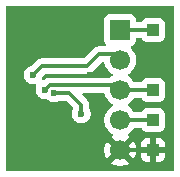
<source format=gbr>
%TF.GenerationSoftware,KiCad,Pcbnew,9.0.3*%
%TF.CreationDate,2026-01-09T14:10:27-05:00*%
%TF.ProjectId,BME280_Module,424d4532-3830-45f4-9d6f-64756c652e6b,rev?*%
%TF.SameCoordinates,Original*%
%TF.FileFunction,Copper,L2,Bot*%
%TF.FilePolarity,Positive*%
%FSLAX46Y46*%
G04 Gerber Fmt 4.6, Leading zero omitted, Abs format (unit mm)*
G04 Created by KiCad (PCBNEW 9.0.3) date 2026-01-09 14:10:27*
%MOMM*%
%LPD*%
G01*
G04 APERTURE LIST*
%TA.AperFunction,ComponentPad*%
%ADD10R,1.700000X1.700000*%
%TD*%
%TA.AperFunction,ComponentPad*%
%ADD11C,1.700000*%
%TD*%
%TA.AperFunction,SMDPad,CuDef*%
%ADD12R,1.000000X1.000000*%
%TD*%
%TA.AperFunction,ViaPad*%
%ADD13C,0.600000*%
%TD*%
%TA.AperFunction,Conductor*%
%ADD14C,0.300000*%
%TD*%
G04 APERTURE END LIST*
D10*
%TO.P,J2,1,Pin_1*%
%TO.N,3V3*%
X136144000Y-86868000D03*
D11*
%TO.P,J2,2,Pin_2*%
%TO.N,/SDO*%
X136144000Y-89408000D03*
%TO.P,J2,3,Pin_3*%
%TO.N,/SCL*%
X136144000Y-91948000D03*
%TO.P,J2,4,Pin_4*%
%TO.N,/SDA*%
X136144000Y-94488000D03*
%TO.P,J2,5,Pin_5*%
%TO.N,GND*%
X136144000Y-97028000D03*
%TD*%
D12*
%TO.P,TP1,1,1*%
%TO.N,GND*%
X138938000Y-97028000D03*
%TD*%
%TO.P,TP2,1,1*%
%TO.N,/SDA*%
X138938000Y-94488000D03*
%TD*%
%TO.P,TP4,1,1*%
%TO.N,3V3*%
X138938000Y-86868000D03*
%TD*%
%TO.P,TP3,1,1*%
%TO.N,/SCL*%
X138938000Y-91948000D03*
%TD*%
D13*
%TO.N,GND*%
X133350000Y-85852000D03*
X131835000Y-93980000D03*
X128778000Y-92710000D03*
X133350000Y-96774000D03*
X127000000Y-88138000D03*
X133604000Y-90678000D03*
X127762000Y-94234000D03*
%TO.N,/SDO*%
X128778000Y-90678000D03*
%TO.N,/SCL*%
X129794000Y-91948000D03*
%TO.N,/SDA*%
X132842000Y-93980000D03*
X130556000Y-92202000D03*
%TD*%
D14*
%TO.N,GND*%
X136144000Y-97028000D02*
X138938000Y-97028000D01*
%TO.N,/SDA*%
X136144000Y-94488000D02*
X138938000Y-94488000D01*
%TO.N,/SCL*%
X136144000Y-91948000D02*
X138938000Y-91948000D01*
%TO.N,3V3*%
X136144000Y-86868000D02*
X138938000Y-86868000D01*
%TO.N,/SCL*%
X130191000Y-91551000D02*
X135747000Y-91551000D01*
X135747000Y-91551000D02*
X136144000Y-91948000D01*
X129794000Y-91948000D02*
X130191000Y-91551000D01*
%TO.N,/SDO*%
X133350000Y-89916000D02*
X134366000Y-88900000D01*
X129540000Y-89916000D02*
X133350000Y-89916000D01*
X134366000Y-88900000D02*
X135636000Y-88900000D01*
X128778000Y-90678000D02*
X129540000Y-89916000D01*
X135636000Y-88900000D02*
X136144000Y-89408000D01*
%TO.N,GND*%
X128778000Y-96774000D02*
X133350000Y-96774000D01*
X131826000Y-96266000D02*
X132334000Y-96774000D01*
X131826000Y-93989000D02*
X131826000Y-96266000D01*
X128270000Y-96266000D02*
X128778000Y-96774000D01*
X127762000Y-95758000D02*
X128270000Y-96266000D01*
X127762000Y-94234000D02*
X127762000Y-95758000D01*
X132334000Y-96774000D02*
X133350000Y-96774000D01*
X131835000Y-93980000D02*
X131826000Y-93989000D01*
%TO.N,/SDA*%
X131826000Y-92202000D02*
X132334000Y-92710000D01*
X138906000Y-94202000D02*
X138938000Y-94234000D01*
X132842000Y-93218000D02*
X132842000Y-93980000D01*
X132334000Y-92710000D02*
X132842000Y-93218000D01*
X130556000Y-92202000D02*
X131826000Y-92202000D01*
%TD*%
%TA.AperFunction,Conductor*%
%TO.N,GND*%
G36*
X134760369Y-89570185D02*
G01*
X134806124Y-89622989D01*
X134815803Y-89655102D01*
X134826753Y-89724243D01*
X134892444Y-89926416D01*
X134988951Y-90115820D01*
X135113890Y-90287786D01*
X135264213Y-90438109D01*
X135436182Y-90563050D01*
X135444946Y-90567516D01*
X135447771Y-90570184D01*
X135451541Y-90571132D01*
X135472966Y-90593980D01*
X135495742Y-90615491D01*
X135496676Y-90619265D01*
X135499334Y-90622099D01*
X135505005Y-90652899D01*
X135512536Y-90683312D01*
X135511282Y-90686990D01*
X135511986Y-90690813D01*
X135500102Y-90719795D01*
X135489998Y-90749447D01*
X135486527Y-90752904D01*
X135485480Y-90755460D01*
X135477161Y-90762237D01*
X135459734Y-90779602D01*
X135452644Y-90784561D01*
X135436184Y-90792949D01*
X135319873Y-90877452D01*
X135318946Y-90878102D01*
X135286859Y-90888909D01*
X135254941Y-90900298D01*
X135252871Y-90900357D01*
X135252732Y-90900404D01*
X135252578Y-90900365D01*
X135247862Y-90900500D01*
X130126929Y-90900500D01*
X130001261Y-90925497D01*
X130001255Y-90925499D01*
X129882874Y-90974534D01*
X129776329Y-91045724D01*
X129776327Y-91045726D01*
X129731985Y-91090067D01*
X129728318Y-91092068D01*
X129726082Y-91095597D01*
X129697921Y-91108666D01*
X129670662Y-91123551D01*
X129666493Y-91123252D01*
X129662705Y-91125011D01*
X129631948Y-91120781D01*
X129600970Y-91118565D01*
X129597625Y-91116061D01*
X129593487Y-91115492D01*
X129569896Y-91095302D01*
X129545037Y-91076692D01*
X129543577Y-91072777D01*
X129540404Y-91070062D01*
X129531473Y-91040324D01*
X129520622Y-91011228D01*
X129521167Y-91006005D01*
X129520308Y-91003144D01*
X129522790Y-90990461D01*
X129525117Y-90968180D01*
X129527053Y-90961431D01*
X129547737Y-90911497D01*
X129562085Y-90839358D01*
X129563507Y-90834406D01*
X129579562Y-90809082D01*
X129593463Y-90782509D01*
X129594902Y-90781043D01*
X129773128Y-90602816D01*
X129834451Y-90569334D01*
X129860808Y-90566500D01*
X133414071Y-90566500D01*
X133498615Y-90549682D01*
X133539744Y-90541501D01*
X133658127Y-90492465D01*
X133664418Y-90488261D01*
X133664427Y-90488258D01*
X133664426Y-90488257D01*
X133739485Y-90438104D01*
X133764669Y-90421277D01*
X134599127Y-89586819D01*
X134626054Y-89572115D01*
X134651873Y-89555523D01*
X134658073Y-89554631D01*
X134660450Y-89553334D01*
X134686808Y-89550500D01*
X134693330Y-89550500D01*
X134760369Y-89570185D01*
G37*
%TD.AperFunction*%
%TA.AperFunction,Conductor*%
G36*
X140666539Y-84848185D02*
G01*
X140712294Y-84900989D01*
X140723500Y-84952500D01*
X140723500Y-98689500D01*
X140703815Y-98756539D01*
X140651011Y-98802294D01*
X140599500Y-98813500D01*
X126608500Y-98813500D01*
X126541461Y-98793815D01*
X126495706Y-98741011D01*
X126484500Y-98689500D01*
X126484500Y-90599153D01*
X127977500Y-90599153D01*
X127977500Y-90756846D01*
X128008261Y-90911489D01*
X128008264Y-90911501D01*
X128068602Y-91057172D01*
X128068609Y-91057185D01*
X128156210Y-91188288D01*
X128156213Y-91188292D01*
X128267707Y-91299786D01*
X128267711Y-91299789D01*
X128398814Y-91387390D01*
X128398827Y-91387397D01*
X128520298Y-91437711D01*
X128544503Y-91447737D01*
X128699153Y-91478499D01*
X128699156Y-91478500D01*
X128699158Y-91478500D01*
X128856844Y-91478500D01*
X128918297Y-91466276D01*
X128987889Y-91472503D01*
X129043066Y-91515366D01*
X129066311Y-91581255D01*
X129057051Y-91635344D01*
X129024263Y-91714503D01*
X129024261Y-91714510D01*
X128993500Y-91869153D01*
X128993500Y-92026846D01*
X129024261Y-92181489D01*
X129024264Y-92181501D01*
X129084602Y-92327172D01*
X129084609Y-92327185D01*
X129172210Y-92458288D01*
X129172213Y-92458292D01*
X129283707Y-92569786D01*
X129283711Y-92569789D01*
X129414814Y-92657390D01*
X129414827Y-92657397D01*
X129494348Y-92690335D01*
X129560503Y-92717737D01*
X129698774Y-92745241D01*
X129715153Y-92748499D01*
X129715156Y-92748500D01*
X129715158Y-92748500D01*
X129872841Y-92748500D01*
X129872842Y-92748500D01*
X129889224Y-92745241D01*
X129958814Y-92751467D01*
X130001098Y-92779177D01*
X130045707Y-92823786D01*
X130045711Y-92823789D01*
X130176814Y-92911390D01*
X130176827Y-92911397D01*
X130266403Y-92948500D01*
X130322503Y-92971737D01*
X130477153Y-93002499D01*
X130477156Y-93002500D01*
X130477158Y-93002500D01*
X130634844Y-93002500D01*
X130634845Y-93002499D01*
X130789497Y-92971737D01*
X130935179Y-92911394D01*
X130992044Y-92873397D01*
X131058721Y-92852520D01*
X131060935Y-92852500D01*
X131505192Y-92852500D01*
X131572231Y-92872185D01*
X131592873Y-92888819D01*
X132129648Y-93425594D01*
X132163133Y-93486917D01*
X132158149Y-93556609D01*
X132145073Y-93582160D01*
X132132611Y-93600812D01*
X132132602Y-93600828D01*
X132072264Y-93746498D01*
X132072261Y-93746510D01*
X132041500Y-93901153D01*
X132041500Y-94058846D01*
X132072261Y-94213489D01*
X132072264Y-94213501D01*
X132132602Y-94359172D01*
X132132609Y-94359185D01*
X132220210Y-94490288D01*
X132220213Y-94490292D01*
X132331707Y-94601786D01*
X132331711Y-94601789D01*
X132462814Y-94689390D01*
X132462827Y-94689397D01*
X132608498Y-94749735D01*
X132608503Y-94749737D01*
X132763153Y-94780499D01*
X132763156Y-94780500D01*
X132763158Y-94780500D01*
X132920844Y-94780500D01*
X132920845Y-94780499D01*
X133075497Y-94749737D01*
X133221179Y-94689394D01*
X133352289Y-94601789D01*
X133463789Y-94490289D01*
X133551394Y-94359179D01*
X133611737Y-94213497D01*
X133642500Y-94058842D01*
X133642500Y-93901158D01*
X133642500Y-93901155D01*
X133642499Y-93901153D01*
X133638394Y-93880516D01*
X133611737Y-93746503D01*
X133611392Y-93745669D01*
X133551397Y-93600828D01*
X133551396Y-93600827D01*
X133551394Y-93600821D01*
X133513396Y-93543953D01*
X133492520Y-93477276D01*
X133492500Y-93475064D01*
X133492500Y-93153928D01*
X133467502Y-93028261D01*
X133467501Y-93028260D01*
X133467501Y-93028256D01*
X133418465Y-92909873D01*
X133368191Y-92834632D01*
X133368191Y-92834631D01*
X133347274Y-92803327D01*
X133347271Y-92803324D01*
X132957127Y-92413181D01*
X132923642Y-92351858D01*
X132928626Y-92282167D01*
X132970497Y-92226233D01*
X133035962Y-92201816D01*
X133044808Y-92201500D01*
X134716277Y-92201500D01*
X134783316Y-92221185D01*
X134829071Y-92273989D01*
X134834204Y-92287172D01*
X134889804Y-92458289D01*
X134892444Y-92466414D01*
X134988951Y-92655820D01*
X135113890Y-92827786D01*
X135264213Y-92978109D01*
X135436182Y-93103050D01*
X135444946Y-93107516D01*
X135495742Y-93155491D01*
X135512536Y-93223312D01*
X135489998Y-93289447D01*
X135444946Y-93328484D01*
X135436182Y-93332949D01*
X135264213Y-93457890D01*
X135113890Y-93608213D01*
X134988951Y-93780179D01*
X134892444Y-93969585D01*
X134826753Y-94171760D01*
X134793500Y-94381713D01*
X134793500Y-94594286D01*
X134826753Y-94804239D01*
X134892444Y-95006414D01*
X134988951Y-95195820D01*
X135113890Y-95367786D01*
X135264213Y-95518109D01*
X135436179Y-95643048D01*
X135436181Y-95643049D01*
X135436184Y-95643051D01*
X135445493Y-95647794D01*
X135496290Y-95695766D01*
X135513087Y-95763587D01*
X135490552Y-95829722D01*
X135445505Y-95868760D01*
X135436446Y-95873376D01*
X135436440Y-95873380D01*
X135382282Y-95912727D01*
X135382282Y-95912728D01*
X136014591Y-96545037D01*
X135951007Y-96562075D01*
X135836993Y-96627901D01*
X135743901Y-96720993D01*
X135678075Y-96835007D01*
X135661037Y-96898591D01*
X135028728Y-96266282D01*
X135028727Y-96266282D01*
X134989380Y-96320439D01*
X134892904Y-96509782D01*
X134827242Y-96711869D01*
X134827242Y-96711872D01*
X134794000Y-96921753D01*
X134794000Y-97134246D01*
X134827242Y-97344127D01*
X134827242Y-97344130D01*
X134892904Y-97546217D01*
X134989375Y-97735550D01*
X135028728Y-97789716D01*
X135661037Y-97157408D01*
X135678075Y-97220993D01*
X135743901Y-97335007D01*
X135836993Y-97428099D01*
X135951007Y-97493925D01*
X136014590Y-97510962D01*
X135382282Y-98143269D01*
X135382282Y-98143270D01*
X135436449Y-98182624D01*
X135625782Y-98279095D01*
X135827870Y-98344757D01*
X136037754Y-98378000D01*
X136250246Y-98378000D01*
X136460127Y-98344757D01*
X136460130Y-98344757D01*
X136662217Y-98279095D01*
X136851554Y-98182622D01*
X136905716Y-98143270D01*
X136905717Y-98143270D01*
X136273408Y-97510962D01*
X136336993Y-97493925D01*
X136451007Y-97428099D01*
X136544099Y-97335007D01*
X136609925Y-97220993D01*
X136626962Y-97157408D01*
X137259270Y-97789717D01*
X137259270Y-97789716D01*
X137298622Y-97735554D01*
X137379999Y-97575844D01*
X137938000Y-97575844D01*
X137944401Y-97635372D01*
X137944403Y-97635379D01*
X137994645Y-97770086D01*
X137994649Y-97770093D01*
X138080809Y-97885187D01*
X138080812Y-97885190D01*
X138195906Y-97971350D01*
X138195913Y-97971354D01*
X138330620Y-98021596D01*
X138330627Y-98021598D01*
X138390155Y-98027999D01*
X138390172Y-98028000D01*
X138688000Y-98028000D01*
X139188000Y-98028000D01*
X139485828Y-98028000D01*
X139485844Y-98027999D01*
X139545372Y-98021598D01*
X139545379Y-98021596D01*
X139680086Y-97971354D01*
X139680093Y-97971350D01*
X139795187Y-97885190D01*
X139795190Y-97885187D01*
X139881350Y-97770093D01*
X139881354Y-97770086D01*
X139931596Y-97635379D01*
X139931598Y-97635372D01*
X139937999Y-97575844D01*
X139938000Y-97575827D01*
X139938000Y-97278000D01*
X139188000Y-97278000D01*
X139188000Y-98028000D01*
X138688000Y-98028000D01*
X138688000Y-97278000D01*
X137938000Y-97278000D01*
X137938000Y-97575844D01*
X137379999Y-97575844D01*
X137395095Y-97546217D01*
X137460757Y-97344130D01*
X137460757Y-97344127D01*
X137482439Y-97207240D01*
X137494000Y-97134246D01*
X137494000Y-96921753D01*
X137460757Y-96711872D01*
X137460757Y-96711869D01*
X137396846Y-96515169D01*
X137395095Y-96509782D01*
X137379999Y-96480155D01*
X137938000Y-96480155D01*
X137938000Y-96778000D01*
X138688000Y-96778000D01*
X139188000Y-96778000D01*
X139938000Y-96778000D01*
X139938000Y-96480172D01*
X139937999Y-96480155D01*
X139931598Y-96420627D01*
X139931596Y-96420620D01*
X139881354Y-96285913D01*
X139881350Y-96285906D01*
X139795190Y-96170812D01*
X139795187Y-96170809D01*
X139680093Y-96084649D01*
X139680086Y-96084645D01*
X139545379Y-96034403D01*
X139545372Y-96034401D01*
X139485844Y-96028000D01*
X139188000Y-96028000D01*
X139188000Y-96778000D01*
X138688000Y-96778000D01*
X138688000Y-96028000D01*
X138390155Y-96028000D01*
X138330627Y-96034401D01*
X138330620Y-96034403D01*
X138195913Y-96084645D01*
X138195906Y-96084649D01*
X138080812Y-96170809D01*
X138080809Y-96170812D01*
X137994649Y-96285906D01*
X137994645Y-96285913D01*
X137944403Y-96420620D01*
X137944401Y-96420627D01*
X137938000Y-96480155D01*
X137379999Y-96480155D01*
X137298624Y-96320449D01*
X137259270Y-96266282D01*
X137259269Y-96266282D01*
X136626962Y-96898590D01*
X136609925Y-96835007D01*
X136544099Y-96720993D01*
X136451007Y-96627901D01*
X136336993Y-96562075D01*
X136273409Y-96545037D01*
X136905716Y-95912728D01*
X136851547Y-95873373D01*
X136851547Y-95873372D01*
X136842500Y-95868763D01*
X136791706Y-95820788D01*
X136774912Y-95752966D01*
X136797451Y-95686832D01*
X136842508Y-95647793D01*
X136851816Y-95643051D01*
X136931007Y-95585515D01*
X137023786Y-95518109D01*
X137023788Y-95518106D01*
X137023792Y-95518104D01*
X137174104Y-95367792D01*
X137174106Y-95367788D01*
X137174109Y-95367786D01*
X137301915Y-95191875D01*
X137303259Y-95192851D01*
X137349705Y-95150834D01*
X137403618Y-95138500D01*
X137873859Y-95138500D01*
X137940898Y-95158185D01*
X137986653Y-95210989D01*
X137990030Y-95219140D01*
X137994204Y-95230331D01*
X137994205Y-95230332D01*
X137994206Y-95230335D01*
X138080452Y-95345544D01*
X138080455Y-95345547D01*
X138195664Y-95431793D01*
X138195671Y-95431797D01*
X138330517Y-95482091D01*
X138330516Y-95482091D01*
X138337444Y-95482835D01*
X138390127Y-95488500D01*
X139485872Y-95488499D01*
X139545483Y-95482091D01*
X139680331Y-95431796D01*
X139795546Y-95345546D01*
X139881796Y-95230331D01*
X139932091Y-95095483D01*
X139938500Y-95035873D01*
X139938499Y-93940128D01*
X139932091Y-93880517D01*
X139894669Y-93780184D01*
X139881797Y-93745671D01*
X139881793Y-93745664D01*
X139795547Y-93630455D01*
X139795544Y-93630452D01*
X139680335Y-93544206D01*
X139680328Y-93544202D01*
X139545482Y-93493908D01*
X139545483Y-93493908D01*
X139485883Y-93487501D01*
X139485881Y-93487500D01*
X139485873Y-93487500D01*
X139485864Y-93487500D01*
X138390129Y-93487500D01*
X138390123Y-93487501D01*
X138330516Y-93493908D01*
X138195671Y-93544202D01*
X138195664Y-93544206D01*
X138080455Y-93630452D01*
X138080452Y-93630455D01*
X137994206Y-93745664D01*
X137994204Y-93745668D01*
X137994204Y-93745669D01*
X137990039Y-93756834D01*
X137948171Y-93812766D01*
X137882707Y-93837184D01*
X137873859Y-93837500D01*
X137403618Y-93837500D01*
X137336579Y-93817815D01*
X137302900Y-93783408D01*
X137301915Y-93784125D01*
X137174109Y-93608213D01*
X137023786Y-93457890D01*
X136851820Y-93332951D01*
X136851115Y-93332591D01*
X136843054Y-93328485D01*
X136792259Y-93280512D01*
X136775463Y-93212692D01*
X136797999Y-93146556D01*
X136843054Y-93107515D01*
X136851816Y-93103051D01*
X136873789Y-93087086D01*
X137023786Y-92978109D01*
X137023788Y-92978106D01*
X137023792Y-92978104D01*
X137174104Y-92827792D01*
X137174106Y-92827788D01*
X137174109Y-92827786D01*
X137301915Y-92651875D01*
X137303259Y-92652851D01*
X137349705Y-92610834D01*
X137403618Y-92598500D01*
X137873859Y-92598500D01*
X137940898Y-92618185D01*
X137986653Y-92670989D01*
X137990030Y-92679140D01*
X137994204Y-92690331D01*
X137994205Y-92690332D01*
X137994206Y-92690335D01*
X138080452Y-92805544D01*
X138080455Y-92805547D01*
X138195664Y-92891793D01*
X138195671Y-92891797D01*
X138330517Y-92942091D01*
X138330516Y-92942091D01*
X138337444Y-92942835D01*
X138390127Y-92948500D01*
X139485872Y-92948499D01*
X139545483Y-92942091D01*
X139680331Y-92891796D01*
X139795546Y-92805546D01*
X139881796Y-92690331D01*
X139932091Y-92555483D01*
X139938500Y-92495873D01*
X139938499Y-91400128D01*
X139932091Y-91340517D01*
X139926755Y-91326211D01*
X139881797Y-91205671D01*
X139881793Y-91205664D01*
X139795547Y-91090455D01*
X139795544Y-91090452D01*
X139680335Y-91004206D01*
X139680328Y-91004202D01*
X139545482Y-90953908D01*
X139545483Y-90953908D01*
X139485883Y-90947501D01*
X139485881Y-90947500D01*
X139485873Y-90947500D01*
X139485864Y-90947500D01*
X138390129Y-90947500D01*
X138390123Y-90947501D01*
X138330516Y-90953908D01*
X138195671Y-91004202D01*
X138195664Y-91004206D01*
X138080455Y-91090452D01*
X138080452Y-91090455D01*
X137994206Y-91205664D01*
X137994204Y-91205668D01*
X137994204Y-91205669D01*
X137990039Y-91216834D01*
X137948171Y-91272766D01*
X137882707Y-91297184D01*
X137873859Y-91297500D01*
X137403618Y-91297500D01*
X137336579Y-91277815D01*
X137302900Y-91243408D01*
X137301915Y-91244125D01*
X137174109Y-91068213D01*
X137023786Y-90917890D01*
X136851820Y-90792951D01*
X136851115Y-90792591D01*
X136843054Y-90788485D01*
X136792259Y-90740512D01*
X136775463Y-90672692D01*
X136797999Y-90606556D01*
X136843054Y-90567515D01*
X136851816Y-90563051D01*
X136954754Y-90488263D01*
X137023786Y-90438109D01*
X137023788Y-90438106D01*
X137023792Y-90438104D01*
X137174104Y-90287792D01*
X137174106Y-90287788D01*
X137174109Y-90287786D01*
X137299048Y-90115820D01*
X137299047Y-90115820D01*
X137299051Y-90115816D01*
X137395557Y-89926412D01*
X137461246Y-89724243D01*
X137494500Y-89514287D01*
X137494500Y-89301713D01*
X137461246Y-89091757D01*
X137395557Y-88889588D01*
X137299051Y-88700184D01*
X137299049Y-88700181D01*
X137299048Y-88700179D01*
X137174109Y-88528213D01*
X137060569Y-88414673D01*
X137027084Y-88353350D01*
X137032068Y-88283658D01*
X137073940Y-88227725D01*
X137104915Y-88210810D01*
X137236331Y-88161796D01*
X137351546Y-88075546D01*
X137437796Y-87960331D01*
X137488091Y-87825483D01*
X137494500Y-87765873D01*
X137494500Y-87642500D01*
X137514185Y-87575461D01*
X137566989Y-87529706D01*
X137618500Y-87518500D01*
X137873859Y-87518500D01*
X137940898Y-87538185D01*
X137986653Y-87590989D01*
X137990030Y-87599140D01*
X137994204Y-87610331D01*
X137994205Y-87610332D01*
X137994206Y-87610335D01*
X138080452Y-87725544D01*
X138080455Y-87725547D01*
X138195664Y-87811793D01*
X138195671Y-87811797D01*
X138330517Y-87862091D01*
X138330516Y-87862091D01*
X138337444Y-87862835D01*
X138390127Y-87868500D01*
X139485872Y-87868499D01*
X139545483Y-87862091D01*
X139680331Y-87811796D01*
X139795546Y-87725546D01*
X139881796Y-87610331D01*
X139932091Y-87475483D01*
X139938500Y-87415873D01*
X139938499Y-86320128D01*
X139932091Y-86260517D01*
X139881796Y-86125669D01*
X139881795Y-86125668D01*
X139881793Y-86125664D01*
X139795547Y-86010455D01*
X139795544Y-86010452D01*
X139680335Y-85924206D01*
X139680328Y-85924202D01*
X139545482Y-85873908D01*
X139545483Y-85873908D01*
X139485883Y-85867501D01*
X139485881Y-85867500D01*
X139485873Y-85867500D01*
X139485864Y-85867500D01*
X138390129Y-85867500D01*
X138390123Y-85867501D01*
X138330516Y-85873908D01*
X138195671Y-85924202D01*
X138195664Y-85924206D01*
X138080455Y-86010452D01*
X138080452Y-86010455D01*
X137994206Y-86125664D01*
X137994204Y-86125668D01*
X137994204Y-86125669D01*
X137990039Y-86136834D01*
X137948171Y-86192766D01*
X137882707Y-86217184D01*
X137873859Y-86217500D01*
X137618499Y-86217500D01*
X137551460Y-86197815D01*
X137505705Y-86145011D01*
X137494499Y-86093500D01*
X137494499Y-85970129D01*
X137494498Y-85970123D01*
X137494497Y-85970116D01*
X137488091Y-85910517D01*
X137437796Y-85775669D01*
X137437795Y-85775668D01*
X137437793Y-85775664D01*
X137351547Y-85660455D01*
X137351544Y-85660452D01*
X137236335Y-85574206D01*
X137236328Y-85574202D01*
X137101482Y-85523908D01*
X137101483Y-85523908D01*
X137041883Y-85517501D01*
X137041881Y-85517500D01*
X137041873Y-85517500D01*
X137041864Y-85517500D01*
X135246129Y-85517500D01*
X135246123Y-85517501D01*
X135186516Y-85523908D01*
X135051671Y-85574202D01*
X135051664Y-85574206D01*
X134936455Y-85660452D01*
X134936452Y-85660455D01*
X134850206Y-85775664D01*
X134850202Y-85775671D01*
X134799908Y-85910517D01*
X134793501Y-85970116D01*
X134793501Y-85970123D01*
X134793500Y-85970135D01*
X134793500Y-87765870D01*
X134793501Y-87765876D01*
X134799908Y-87825483D01*
X134850202Y-87960328D01*
X134850206Y-87960335D01*
X134918220Y-88051189D01*
X134942638Y-88116653D01*
X134927787Y-88184926D01*
X134878382Y-88234332D01*
X134818954Y-88249500D01*
X134301929Y-88249500D01*
X134176261Y-88274497D01*
X134176255Y-88274499D01*
X134057874Y-88323534D01*
X133951326Y-88394726D01*
X133951325Y-88394727D01*
X133116873Y-89229181D01*
X133055550Y-89262666D01*
X133029192Y-89265500D01*
X129475929Y-89265500D01*
X129350261Y-89290497D01*
X129350255Y-89290499D01*
X129304483Y-89309459D01*
X129304482Y-89309459D01*
X129231876Y-89339532D01*
X129125326Y-89410726D01*
X128675068Y-89860984D01*
X128613745Y-89894469D01*
X128611579Y-89894920D01*
X128544508Y-89908261D01*
X128544498Y-89908264D01*
X128398827Y-89968602D01*
X128398814Y-89968609D01*
X128267711Y-90056210D01*
X128267707Y-90056213D01*
X128156213Y-90167707D01*
X128156210Y-90167711D01*
X128068609Y-90298814D01*
X128068602Y-90298827D01*
X128008264Y-90444498D01*
X128008261Y-90444510D01*
X127977500Y-90599153D01*
X126484500Y-90599153D01*
X126484500Y-84952500D01*
X126504185Y-84885461D01*
X126556989Y-84839706D01*
X126608500Y-84828500D01*
X140599500Y-84828500D01*
X140666539Y-84848185D01*
G37*
%TD.AperFunction*%
%TD*%
M02*

</source>
